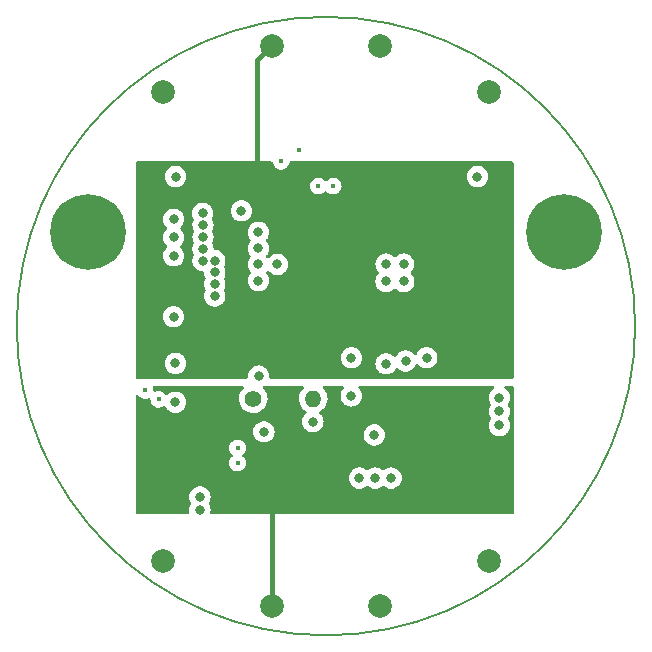
<source format=gbr>
%TF.GenerationSoftware,KiCad,Pcbnew,6.0.10-86aedd382b~118~ubuntu20.04.1*%
%TF.CreationDate,2023-01-12T10:33:16+01:00*%
%TF.ProjectId,thrust_controller,74687275-7374-45f6-936f-6e74726f6c6c,rev?*%
%TF.SameCoordinates,Original*%
%TF.FileFunction,Copper,L3,Inr*%
%TF.FilePolarity,Positive*%
%FSLAX46Y46*%
G04 Gerber Fmt 4.6, Leading zero omitted, Abs format (unit mm)*
G04 Created by KiCad (PCBNEW 6.0.10-86aedd382b~118~ubuntu20.04.1) date 2023-01-12 10:33:16*
%MOMM*%
%LPD*%
G01*
G04 APERTURE LIST*
%TA.AperFunction,Profile*%
%ADD10C,0.200000*%
%TD*%
%TA.AperFunction,ComponentPad*%
%ADD11C,6.400000*%
%TD*%
%TA.AperFunction,ComponentPad*%
%ADD12C,1.400000*%
%TD*%
%TA.AperFunction,ComponentPad*%
%ADD13O,1.400000X1.400000*%
%TD*%
%TA.AperFunction,ComponentPad*%
%ADD14C,2.000000*%
%TD*%
%TA.AperFunction,ViaPad*%
%ADD15C,0.800000*%
%TD*%
%TA.AperFunction,ViaPad*%
%ADD16C,0.400000*%
%TD*%
%TA.AperFunction,Conductor*%
%ADD17C,0.400000*%
%TD*%
G04 APERTURE END LIST*
D10*
X169350000Y-83700000D02*
G75*
G03*
X169350000Y-83700000I-26180000J0D01*
G01*
D11*
%TO.N,N/C*%
%TO.C,H2*%
X163300000Y-75700000D03*
%TD*%
D12*
%TO.N,Net-(R3-Pad1)*%
%TO.C,R6*%
X137020000Y-89850000D03*
D13*
%TO.N,Net-(R3-Pad2)*%
X142100000Y-89850000D03*
%TD*%
D11*
%TO.N,N/C*%
%TO.C,H1*%
X123040000Y-75700000D03*
%TD*%
D14*
%TO.N,GNDA*%
%TO.C,TP6*%
X129370000Y-103560000D03*
%TD*%
%TO.N,+3.3VA*%
%TO.C,TP1*%
X138570000Y-107440000D03*
%TD*%
%TO.N,Cmd*%
%TO.C,TP7*%
X147770000Y-59960000D03*
%TD*%
%TO.N,+3.3V*%
%TO.C,TP5*%
X138570000Y-59960000D03*
%TD*%
%TO.N,Ref*%
%TO.C,TP4*%
X156970000Y-103560000D03*
%TD*%
%TO.N,Meas*%
%TO.C,TP3*%
X147770000Y-107440000D03*
%TD*%
%TO.N,Des*%
%TO.C,TP2*%
X156970000Y-63840000D03*
%TD*%
%TO.N,GNDA*%
%TO.C,TP8*%
X129370000Y-63840000D03*
%TD*%
D15*
%TO.N,+3.3VA*%
X142297500Y-93987500D03*
X142297500Y-99020000D03*
X130422500Y-95050000D03*
X147460000Y-89750000D03*
X134660000Y-91450000D03*
X143960000Y-93987500D03*
X140635000Y-99020000D03*
X140635000Y-93987500D03*
X143960000Y-99020000D03*
X147260000Y-94550000D03*
%TO.N,GNDA*%
X147260000Y-92912500D03*
X155985000Y-71050000D03*
X137451979Y-77118887D03*
X145310000Y-89609500D03*
X130422500Y-86850500D03*
X149760000Y-79912500D03*
X146000000Y-96570000D03*
X142060000Y-91780000D03*
X137451979Y-75753331D03*
X130279985Y-74650000D03*
X157850000Y-92110000D03*
X145329310Y-86381241D03*
X137451979Y-78484443D03*
X139060000Y-78484443D03*
X130279985Y-76200000D03*
X132500000Y-98160000D03*
X130279985Y-77750000D03*
X151710000Y-86375000D03*
X130279985Y-82910126D03*
X132497500Y-99310000D03*
X137922500Y-92650000D03*
X147344576Y-96570000D03*
X148689152Y-96570000D03*
X149910000Y-86660000D03*
X148260000Y-86887500D03*
X130435000Y-71050000D03*
X157850000Y-89750000D03*
X157850000Y-90930000D03*
X130422500Y-90150000D03*
X149760000Y-78440000D03*
X148260000Y-78440000D03*
X148260000Y-79912500D03*
X137451979Y-79850000D03*
X137480000Y-87924500D03*
X136010000Y-73945000D03*
%TO.N,+5V*%
X132760000Y-78150000D03*
X132760000Y-76150000D03*
X132735500Y-74150000D03*
X133760000Y-80150000D03*
X133760000Y-81150000D03*
X132760000Y-75150000D03*
X133760000Y-79150000D03*
X133760000Y-78150000D03*
X132760000Y-77150000D03*
D16*
%TO.N,S+*%
X135685000Y-95285000D03*
%TO.N,S-*%
X135685000Y-94015000D03*
D15*
%TO.N,+3.3V*%
X148760000Y-84620000D03*
X147760000Y-83620000D03*
X150760000Y-84620000D03*
X134610000Y-86375000D03*
X146934500Y-74920000D03*
X146760000Y-84620000D03*
X145760000Y-83620000D03*
X154960000Y-86450000D03*
X149760000Y-83620000D03*
D16*
%TO.N,Des*%
X140860000Y-68750000D03*
%TO.N,Cmd*%
X139369500Y-69750000D03*
%TO.N,B*%
X129010000Y-89900000D03*
%TO.N,A*%
X127860000Y-89150000D03*
%TO.N,SWDIO*%
X142535000Y-71850000D03*
%TO.N,SWCLK*%
X143785000Y-71850000D03*
%TD*%
D17*
%TO.N,+3.3VA*%
X138570000Y-107440000D02*
X138570000Y-97060000D01*
%TO.N,+3.3V*%
X138570000Y-59960000D02*
X137360000Y-61170000D01*
X137360000Y-70130000D02*
X138570000Y-71340000D01*
X137360000Y-61170000D02*
X137360000Y-70130000D01*
%TD*%
%TA.AperFunction,Conductor*%
%TO.N,+3.3VA*%
G36*
X136186783Y-88770002D02*
G01*
X136233276Y-88823658D01*
X136243380Y-88893932D01*
X136213886Y-88958512D01*
X136201746Y-88970726D01*
X136145457Y-89020090D01*
X136008863Y-89193360D01*
X135906131Y-89388620D01*
X135840703Y-89599333D01*
X135814770Y-89818440D01*
X135829200Y-90038604D01*
X135830621Y-90044200D01*
X135830622Y-90044205D01*
X135876961Y-90226660D01*
X135883511Y-90252452D01*
X135885928Y-90257694D01*
X135885928Y-90257695D01*
X135923067Y-90338256D01*
X135975883Y-90452821D01*
X136103222Y-90633002D01*
X136261264Y-90786961D01*
X136266060Y-90790166D01*
X136266063Y-90790168D01*
X136350258Y-90846425D01*
X136444717Y-90909540D01*
X136450020Y-90911818D01*
X136450023Y-90911820D01*
X136575989Y-90965939D01*
X136647436Y-90996635D01*
X136717624Y-91012517D01*
X136856995Y-91044054D01*
X136857001Y-91044055D01*
X136862632Y-91045329D01*
X136868403Y-91045556D01*
X136868405Y-91045556D01*
X136936211Y-91048220D01*
X137083098Y-91053991D01*
X137192275Y-91038161D01*
X137295738Y-91023160D01*
X137295743Y-91023159D01*
X137301452Y-91022331D01*
X137306916Y-91020476D01*
X137306921Y-91020475D01*
X137504907Y-90953268D01*
X137504912Y-90953266D01*
X137510379Y-90951410D01*
X137548610Y-90930000D01*
X137603085Y-90899492D01*
X137702884Y-90843602D01*
X137872518Y-90702518D01*
X137960121Y-90597188D01*
X138009908Y-90537326D01*
X138009910Y-90537323D01*
X138013602Y-90532884D01*
X138100546Y-90377634D01*
X138118586Y-90345422D01*
X138118587Y-90345420D01*
X138121410Y-90340379D01*
X138123266Y-90334912D01*
X138123268Y-90334907D01*
X138190475Y-90136921D01*
X138190476Y-90136916D01*
X138192331Y-90131452D01*
X138193159Y-90125743D01*
X138193160Y-90125738D01*
X138223458Y-89916772D01*
X138223991Y-89913098D01*
X138225643Y-89850000D01*
X138205454Y-89630289D01*
X138201443Y-89616065D01*
X138147134Y-89423500D01*
X138145565Y-89417936D01*
X138047980Y-89220053D01*
X138034328Y-89201770D01*
X137919420Y-89047891D01*
X137919420Y-89047890D01*
X137915967Y-89043267D01*
X137911729Y-89039349D01*
X137911725Y-89039345D01*
X137835112Y-88968524D01*
X137798667Y-88907596D01*
X137800948Y-88836636D01*
X137841230Y-88778174D01*
X137906725Y-88750771D01*
X137920641Y-88750000D01*
X141198662Y-88750000D01*
X141266783Y-88770002D01*
X141313276Y-88823658D01*
X141323380Y-88893932D01*
X141293886Y-88958512D01*
X141281746Y-88970726D01*
X141225457Y-89020090D01*
X141088863Y-89193360D01*
X140986131Y-89388620D01*
X140920703Y-89599333D01*
X140894770Y-89818440D01*
X140909200Y-90038604D01*
X140910621Y-90044200D01*
X140910622Y-90044205D01*
X140956961Y-90226660D01*
X140963511Y-90252452D01*
X140965928Y-90257694D01*
X140965928Y-90257695D01*
X141003067Y-90338256D01*
X141055883Y-90452821D01*
X141183222Y-90633002D01*
X141341264Y-90786961D01*
X141346060Y-90790166D01*
X141346063Y-90790168D01*
X141479286Y-90879184D01*
X141524814Y-90933661D01*
X141533662Y-91004104D01*
X141503021Y-91068148D01*
X141483348Y-91085883D01*
X141454129Y-91107112D01*
X141327467Y-91247784D01*
X141324164Y-91253505D01*
X141301940Y-91291999D01*
X141232821Y-91411716D01*
X141174326Y-91591744D01*
X141154540Y-91780000D01*
X141155230Y-91786565D01*
X141169438Y-91921744D01*
X141174326Y-91968256D01*
X141232821Y-92148284D01*
X141327467Y-92312216D01*
X141331885Y-92317123D01*
X141331886Y-92317124D01*
X141384337Y-92375376D01*
X141454129Y-92452888D01*
X141459468Y-92456767D01*
X141571955Y-92538493D01*
X141607270Y-92564151D01*
X141780197Y-92641144D01*
X141852748Y-92656565D01*
X141958897Y-92679128D01*
X141958901Y-92679128D01*
X141965354Y-92680500D01*
X142154646Y-92680500D01*
X142161099Y-92679128D01*
X142161103Y-92679128D01*
X142267252Y-92656565D01*
X142339803Y-92641144D01*
X142512730Y-92564151D01*
X142548046Y-92538493D01*
X142660532Y-92456767D01*
X142665871Y-92452888D01*
X142735664Y-92375376D01*
X142788114Y-92317124D01*
X142788115Y-92317123D01*
X142792533Y-92312216D01*
X142887179Y-92148284D01*
X142945674Y-91968256D01*
X142950563Y-91921744D01*
X142964770Y-91786565D01*
X142965460Y-91780000D01*
X142945674Y-91591744D01*
X142887179Y-91411716D01*
X142818061Y-91291999D01*
X142795836Y-91253505D01*
X142792533Y-91247784D01*
X142665871Y-91107112D01*
X142660525Y-91103228D01*
X142660343Y-91103064D01*
X142623103Y-91042618D01*
X142624453Y-90971635D01*
X142663966Y-90912649D01*
X142683085Y-90899492D01*
X142777840Y-90846427D01*
X142782884Y-90843602D01*
X142952518Y-90702518D01*
X143040121Y-90597188D01*
X143089908Y-90537326D01*
X143089910Y-90537323D01*
X143093602Y-90532884D01*
X143180546Y-90377634D01*
X143198586Y-90345422D01*
X143198587Y-90345420D01*
X143201410Y-90340379D01*
X143203266Y-90334912D01*
X143203268Y-90334907D01*
X143270475Y-90136921D01*
X143270476Y-90136916D01*
X143272331Y-90131452D01*
X143273159Y-90125743D01*
X143273160Y-90125738D01*
X143303458Y-89916772D01*
X143303991Y-89913098D01*
X143305643Y-89850000D01*
X143285454Y-89630289D01*
X143281443Y-89616065D01*
X143227134Y-89423500D01*
X143225565Y-89417936D01*
X143127980Y-89220053D01*
X143114328Y-89201770D01*
X142999420Y-89047891D01*
X142999420Y-89047890D01*
X142995967Y-89043267D01*
X142991729Y-89039349D01*
X142991725Y-89039345D01*
X142915112Y-88968524D01*
X142878667Y-88907596D01*
X142880948Y-88836636D01*
X142921230Y-88778174D01*
X142986725Y-88750771D01*
X143000641Y-88750000D01*
X144589154Y-88750000D01*
X144657275Y-88770002D01*
X144703768Y-88823658D01*
X144713872Y-88893932D01*
X144682790Y-88960310D01*
X144581890Y-89072371D01*
X144581887Y-89072375D01*
X144577467Y-89077284D01*
X144574164Y-89083005D01*
X144539751Y-89142611D01*
X144482821Y-89241216D01*
X144480780Y-89247498D01*
X144480779Y-89247500D01*
X144467788Y-89287483D01*
X144424326Y-89421244D01*
X144404540Y-89609500D01*
X144405230Y-89616065D01*
X144423399Y-89788932D01*
X144424326Y-89797756D01*
X144482821Y-89977784D01*
X144577467Y-90141716D01*
X144581885Y-90146623D01*
X144581886Y-90146624D01*
X144699278Y-90277000D01*
X144704129Y-90282388D01*
X144709468Y-90286267D01*
X144803773Y-90354783D01*
X144857270Y-90393651D01*
X145030197Y-90470644D01*
X145110661Y-90487747D01*
X145208897Y-90508628D01*
X145208901Y-90508628D01*
X145215354Y-90510000D01*
X145404646Y-90510000D01*
X145411099Y-90508628D01*
X145411103Y-90508628D01*
X145509339Y-90487747D01*
X145589803Y-90470644D01*
X145762730Y-90393651D01*
X145816228Y-90354783D01*
X145910532Y-90286267D01*
X145915871Y-90282388D01*
X145920723Y-90277000D01*
X146038114Y-90146624D01*
X146038115Y-90146623D01*
X146042533Y-90141716D01*
X146137179Y-89977784D01*
X146195674Y-89797756D01*
X146196602Y-89788932D01*
X146214770Y-89616065D01*
X146215460Y-89609500D01*
X146195674Y-89421244D01*
X146152212Y-89287483D01*
X146139221Y-89247500D01*
X146139220Y-89247498D01*
X146137179Y-89241216D01*
X146080250Y-89142611D01*
X146045836Y-89083005D01*
X146042533Y-89077284D01*
X146038113Y-89072375D01*
X146038110Y-89072371D01*
X145937210Y-88960310D01*
X145906493Y-88896303D01*
X145915257Y-88825849D01*
X145960720Y-88771318D01*
X146030846Y-88750000D01*
X157306573Y-88750000D01*
X157374694Y-88770002D01*
X157421187Y-88823658D01*
X157431291Y-88893932D01*
X157401797Y-88958512D01*
X157380636Y-88977935D01*
X157244129Y-89077112D01*
X157239716Y-89082014D01*
X157239714Y-89082015D01*
X157134857Y-89198470D01*
X157117467Y-89217784D01*
X157114164Y-89223505D01*
X157033533Y-89363163D01*
X157022821Y-89381716D01*
X156964326Y-89561744D01*
X156963636Y-89568305D01*
X156963636Y-89568307D01*
X156957267Y-89628904D01*
X156944540Y-89750000D01*
X156945230Y-89756565D01*
X156959529Y-89892611D01*
X156964326Y-89938256D01*
X157022821Y-90118284D01*
X157026124Y-90124006D01*
X157026125Y-90124007D01*
X157050136Y-90165594D01*
X157077634Y-90213222D01*
X157114456Y-90277000D01*
X157131194Y-90345995D01*
X157114456Y-90402998D01*
X157074609Y-90472017D01*
X157036903Y-90537326D01*
X157022821Y-90561716D01*
X156964326Y-90741744D01*
X156963636Y-90748305D01*
X156963636Y-90748307D01*
X156953324Y-90846425D01*
X156944540Y-90930000D01*
X156945230Y-90936565D01*
X156959060Y-91068148D01*
X156964326Y-91118256D01*
X157022821Y-91298284D01*
X157026124Y-91304006D01*
X157026125Y-91304007D01*
X157114456Y-91457000D01*
X157131194Y-91525995D01*
X157114456Y-91582998D01*
X157022821Y-91741716D01*
X156964326Y-91921744D01*
X156963636Y-91928305D01*
X156963636Y-91928307D01*
X156958914Y-91973233D01*
X156944540Y-92110000D01*
X156945230Y-92116565D01*
X156962588Y-92281716D01*
X156964326Y-92298256D01*
X157022821Y-92478284D01*
X157026124Y-92484006D01*
X157026125Y-92484007D01*
X157072396Y-92564151D01*
X157117467Y-92642216D01*
X157121885Y-92647123D01*
X157121886Y-92647124D01*
X157191326Y-92724244D01*
X157244129Y-92782888D01*
X157249468Y-92786767D01*
X157311304Y-92831693D01*
X157397270Y-92894151D01*
X157570197Y-92971144D01*
X157641680Y-92986338D01*
X157748897Y-93009128D01*
X157748901Y-93009128D01*
X157755354Y-93010500D01*
X157944646Y-93010500D01*
X157951099Y-93009128D01*
X157951103Y-93009128D01*
X158058320Y-92986338D01*
X158129803Y-92971144D01*
X158302730Y-92894151D01*
X158388697Y-92831693D01*
X158450532Y-92786767D01*
X158455871Y-92782888D01*
X158508675Y-92724244D01*
X158578114Y-92647124D01*
X158578115Y-92647123D01*
X158582533Y-92642216D01*
X158627604Y-92564151D01*
X158673875Y-92484007D01*
X158673876Y-92484006D01*
X158677179Y-92478284D01*
X158735674Y-92298256D01*
X158737413Y-92281716D01*
X158754770Y-92116565D01*
X158755460Y-92110000D01*
X158741086Y-91973233D01*
X158736364Y-91928307D01*
X158736364Y-91928305D01*
X158735674Y-91921744D01*
X158677179Y-91741716D01*
X158585544Y-91582999D01*
X158568806Y-91514005D01*
X158585544Y-91457000D01*
X158673875Y-91304007D01*
X158673876Y-91304006D01*
X158677179Y-91298284D01*
X158735674Y-91118256D01*
X158740941Y-91068148D01*
X158754770Y-90936565D01*
X158755460Y-90930000D01*
X158746676Y-90846425D01*
X158736364Y-90748307D01*
X158736364Y-90748305D01*
X158735674Y-90741744D01*
X158677179Y-90561716D01*
X158663098Y-90537326D01*
X158625391Y-90472017D01*
X158585544Y-90402999D01*
X158568806Y-90334005D01*
X158585544Y-90277000D01*
X158622367Y-90213222D01*
X158649864Y-90165594D01*
X158673875Y-90124007D01*
X158673876Y-90124006D01*
X158677179Y-90118284D01*
X158735674Y-89938256D01*
X158740472Y-89892611D01*
X158754770Y-89756565D01*
X158755460Y-89750000D01*
X158742733Y-89628904D01*
X158736364Y-89568307D01*
X158736364Y-89568305D01*
X158735674Y-89561744D01*
X158677179Y-89381716D01*
X158666468Y-89363163D01*
X158585836Y-89223505D01*
X158582533Y-89217784D01*
X158565143Y-89198470D01*
X158460286Y-89082015D01*
X158460284Y-89082014D01*
X158455871Y-89077112D01*
X158319365Y-88977935D01*
X158276012Y-88921714D01*
X158269937Y-88850978D01*
X158303068Y-88788186D01*
X158364888Y-88753275D01*
X158393427Y-88750000D01*
X158934000Y-88750000D01*
X159002121Y-88770002D01*
X159048614Y-88823658D01*
X159060000Y-88876000D01*
X159060000Y-99524000D01*
X159039998Y-99592121D01*
X158986342Y-99638614D01*
X158934000Y-99650000D01*
X133505811Y-99650000D01*
X133437690Y-99629998D01*
X133391197Y-99576342D01*
X133381093Y-99506068D01*
X133381647Y-99502955D01*
X133383174Y-99498256D01*
X133402960Y-99310000D01*
X133383174Y-99121744D01*
X133324679Y-98941716D01*
X133242955Y-98800165D01*
X133226217Y-98731169D01*
X133242955Y-98674165D01*
X133323875Y-98534007D01*
X133323876Y-98534006D01*
X133327179Y-98528284D01*
X133385674Y-98348256D01*
X133405460Y-98160000D01*
X133385674Y-97971744D01*
X133327179Y-97791716D01*
X133232533Y-97627784D01*
X133228114Y-97622876D01*
X133110286Y-97492015D01*
X133110284Y-97492014D01*
X133105871Y-97487112D01*
X133025136Y-97428455D01*
X132958072Y-97379730D01*
X132958071Y-97379729D01*
X132952730Y-97375849D01*
X132779803Y-97298856D01*
X132681788Y-97278022D01*
X132601103Y-97260872D01*
X132601099Y-97260872D01*
X132594646Y-97259500D01*
X132405354Y-97259500D01*
X132398901Y-97260872D01*
X132398897Y-97260872D01*
X132318212Y-97278022D01*
X132220197Y-97298856D01*
X132047270Y-97375849D01*
X132041929Y-97379729D01*
X132041928Y-97379730D01*
X131974864Y-97428455D01*
X131894129Y-97487112D01*
X131889716Y-97492014D01*
X131889714Y-97492015D01*
X131771886Y-97622876D01*
X131767467Y-97627784D01*
X131672821Y-97791716D01*
X131614326Y-97971744D01*
X131594540Y-98160000D01*
X131614326Y-98348256D01*
X131672821Y-98528284D01*
X131676124Y-98534006D01*
X131676125Y-98534007D01*
X131754545Y-98669835D01*
X131771283Y-98738831D01*
X131754545Y-98795835D01*
X131670321Y-98941716D01*
X131611826Y-99121744D01*
X131592040Y-99310000D01*
X131611826Y-99498256D01*
X131612291Y-99499687D01*
X131607035Y-99568591D01*
X131564219Y-99625225D01*
X131497582Y-99649720D01*
X131489189Y-99650000D01*
X127186000Y-99650000D01*
X127117879Y-99629998D01*
X127071386Y-99576342D01*
X127060000Y-99524000D01*
X127060000Y-96570000D01*
X145094540Y-96570000D01*
X145114326Y-96758256D01*
X145172821Y-96938284D01*
X145267467Y-97102216D01*
X145394129Y-97242888D01*
X145547270Y-97354151D01*
X145720197Y-97431144D01*
X145818212Y-97451978D01*
X145898897Y-97469128D01*
X145898901Y-97469128D01*
X145905354Y-97470500D01*
X146094646Y-97470500D01*
X146101099Y-97469128D01*
X146101103Y-97469128D01*
X146181788Y-97451978D01*
X146279803Y-97431144D01*
X146452730Y-97354151D01*
X146458072Y-97350270D01*
X146598227Y-97248442D01*
X146665095Y-97224583D01*
X146734247Y-97240664D01*
X146746349Y-97248442D01*
X146886504Y-97350270D01*
X146891846Y-97354151D01*
X147064773Y-97431144D01*
X147162788Y-97451978D01*
X147243473Y-97469128D01*
X147243477Y-97469128D01*
X147249930Y-97470500D01*
X147439222Y-97470500D01*
X147445675Y-97469128D01*
X147445679Y-97469128D01*
X147526364Y-97451978D01*
X147624379Y-97431144D01*
X147797306Y-97354151D01*
X147802648Y-97350270D01*
X147942803Y-97248442D01*
X148009671Y-97224583D01*
X148078823Y-97240664D01*
X148090925Y-97248442D01*
X148231080Y-97350270D01*
X148236422Y-97354151D01*
X148409349Y-97431144D01*
X148507364Y-97451978D01*
X148588049Y-97469128D01*
X148588053Y-97469128D01*
X148594506Y-97470500D01*
X148783798Y-97470500D01*
X148790251Y-97469128D01*
X148790255Y-97469128D01*
X148870940Y-97451978D01*
X148968955Y-97431144D01*
X149141882Y-97354151D01*
X149295023Y-97242888D01*
X149421685Y-97102216D01*
X149516331Y-96938284D01*
X149574826Y-96758256D01*
X149594612Y-96570000D01*
X149574826Y-96381744D01*
X149516331Y-96201716D01*
X149421685Y-96037784D01*
X149343205Y-95950623D01*
X149299438Y-95902015D01*
X149299436Y-95902014D01*
X149295023Y-95897112D01*
X149141882Y-95785849D01*
X148968955Y-95708856D01*
X148870940Y-95688022D01*
X148790255Y-95670872D01*
X148790251Y-95670872D01*
X148783798Y-95669500D01*
X148594506Y-95669500D01*
X148588053Y-95670872D01*
X148588049Y-95670872D01*
X148507364Y-95688022D01*
X148409349Y-95708856D01*
X148236422Y-95785849D01*
X148231081Y-95789729D01*
X148231080Y-95789730D01*
X148090925Y-95891558D01*
X148024057Y-95915417D01*
X147954905Y-95899336D01*
X147942803Y-95891558D01*
X147802648Y-95789730D01*
X147802647Y-95789729D01*
X147797306Y-95785849D01*
X147624379Y-95708856D01*
X147526364Y-95688022D01*
X147445679Y-95670872D01*
X147445675Y-95670872D01*
X147439222Y-95669500D01*
X147249930Y-95669500D01*
X147243477Y-95670872D01*
X147243473Y-95670872D01*
X147162788Y-95688022D01*
X147064773Y-95708856D01*
X146891846Y-95785849D01*
X146886505Y-95789729D01*
X146886504Y-95789730D01*
X146746349Y-95891558D01*
X146679481Y-95915417D01*
X146610329Y-95899336D01*
X146598227Y-95891558D01*
X146458072Y-95789730D01*
X146458071Y-95789729D01*
X146452730Y-95785849D01*
X146279803Y-95708856D01*
X146181788Y-95688022D01*
X146101103Y-95670872D01*
X146101099Y-95670872D01*
X146094646Y-95669500D01*
X145905354Y-95669500D01*
X145898901Y-95670872D01*
X145898897Y-95670872D01*
X145818212Y-95688022D01*
X145720197Y-95708856D01*
X145547270Y-95785849D01*
X145394129Y-95897112D01*
X145389716Y-95902014D01*
X145389714Y-95902015D01*
X145345947Y-95950623D01*
X145267467Y-96037784D01*
X145172821Y-96201716D01*
X145114326Y-96381744D01*
X145094540Y-96570000D01*
X127060000Y-96570000D01*
X127060000Y-95277611D01*
X134979394Y-95277611D01*
X134997999Y-95446135D01*
X135056266Y-95605356D01*
X135060502Y-95611659D01*
X135060502Y-95611660D01*
X135073574Y-95631113D01*
X135150830Y-95746083D01*
X135156442Y-95751190D01*
X135156445Y-95751193D01*
X135270612Y-95855077D01*
X135270616Y-95855080D01*
X135276233Y-95860191D01*
X135282906Y-95863814D01*
X135282910Y-95863817D01*
X135418558Y-95937467D01*
X135418560Y-95937468D01*
X135425235Y-95941092D01*
X135432584Y-95943020D01*
X135581883Y-95982188D01*
X135581885Y-95982188D01*
X135589233Y-95984116D01*
X135675609Y-95985473D01*
X135751161Y-95986660D01*
X135751164Y-95986660D01*
X135758760Y-95986779D01*
X135766165Y-95985083D01*
X135766166Y-95985083D01*
X135828202Y-95970875D01*
X135924029Y-95948928D01*
X136075498Y-95872747D01*
X136204423Y-95762634D01*
X136303361Y-95624947D01*
X136311237Y-95605356D01*
X136363766Y-95474687D01*
X136363767Y-95474685D01*
X136366601Y-95467634D01*
X136390490Y-95299778D01*
X136390645Y-95285000D01*
X136389836Y-95278310D01*
X136386004Y-95246653D01*
X136370276Y-95116680D01*
X136310345Y-94958077D01*
X136214312Y-94818349D01*
X136203448Y-94808669D01*
X136130663Y-94743820D01*
X136093107Y-94683570D01*
X136094088Y-94612580D01*
X136132652Y-94553933D01*
X136198648Y-94497567D01*
X136198651Y-94497564D01*
X136204423Y-94492634D01*
X136303361Y-94354947D01*
X136311237Y-94335356D01*
X136363766Y-94204687D01*
X136363767Y-94204685D01*
X136366601Y-94197634D01*
X136390490Y-94029778D01*
X136390645Y-94015000D01*
X136388840Y-94000080D01*
X136371188Y-93854220D01*
X136370276Y-93846680D01*
X136310345Y-93688077D01*
X136301584Y-93675330D01*
X136218614Y-93554608D01*
X136218613Y-93554607D01*
X136214312Y-93548349D01*
X136202514Y-93537837D01*
X136093392Y-93440612D01*
X136093388Y-93440610D01*
X136087721Y-93435560D01*
X135937881Y-93356224D01*
X135773441Y-93314919D01*
X135765843Y-93314879D01*
X135765841Y-93314879D01*
X135688668Y-93314475D01*
X135603895Y-93314031D01*
X135596508Y-93315805D01*
X135596504Y-93315805D01*
X135453498Y-93350139D01*
X135439032Y-93353612D01*
X135432288Y-93357093D01*
X135432285Y-93357094D01*
X135427089Y-93359776D01*
X135288369Y-93431375D01*
X135282647Y-93436367D01*
X135282645Y-93436368D01*
X135226098Y-93485697D01*
X135160604Y-93542831D01*
X135063113Y-93681547D01*
X135001524Y-93839513D01*
X135000532Y-93847046D01*
X135000532Y-93847047D01*
X134993751Y-93898559D01*
X134979394Y-94007611D01*
X134997999Y-94176135D01*
X135056266Y-94335356D01*
X135060502Y-94341659D01*
X135060502Y-94341660D01*
X135073574Y-94361113D01*
X135150830Y-94476083D01*
X135156446Y-94481193D01*
X135239958Y-94557184D01*
X135276880Y-94617824D01*
X135275157Y-94688800D01*
X135237987Y-94745326D01*
X135160604Y-94812831D01*
X135063113Y-94951547D01*
X135001524Y-95109513D01*
X134979394Y-95277611D01*
X127060000Y-95277611D01*
X127060000Y-92650000D01*
X137017040Y-92650000D01*
X137036826Y-92838256D01*
X137095321Y-93018284D01*
X137189967Y-93182216D01*
X137194385Y-93187123D01*
X137194386Y-93187124D01*
X137309454Y-93314919D01*
X137316629Y-93322888D01*
X137469770Y-93434151D01*
X137642697Y-93511144D01*
X137740712Y-93531978D01*
X137821397Y-93549128D01*
X137821401Y-93549128D01*
X137827854Y-93550500D01*
X138017146Y-93550500D01*
X138023599Y-93549128D01*
X138023603Y-93549128D01*
X138104288Y-93531978D01*
X138202303Y-93511144D01*
X138375230Y-93434151D01*
X138528371Y-93322888D01*
X138535547Y-93314919D01*
X138650614Y-93187124D01*
X138650615Y-93187123D01*
X138655033Y-93182216D01*
X138749679Y-93018284D01*
X138784051Y-92912500D01*
X146354540Y-92912500D01*
X146355230Y-92919065D01*
X146366260Y-93024007D01*
X146374326Y-93100756D01*
X146432821Y-93280784D01*
X146436124Y-93286506D01*
X146436125Y-93286507D01*
X146478427Y-93359776D01*
X146527467Y-93444716D01*
X146531885Y-93449623D01*
X146531886Y-93449624D01*
X146622716Y-93550500D01*
X146654129Y-93585388D01*
X146807270Y-93696651D01*
X146980197Y-93773644D01*
X147078212Y-93794478D01*
X147158897Y-93811628D01*
X147158901Y-93811628D01*
X147165354Y-93813000D01*
X147354646Y-93813000D01*
X147361099Y-93811628D01*
X147361103Y-93811628D01*
X147441788Y-93794478D01*
X147539803Y-93773644D01*
X147712730Y-93696651D01*
X147865871Y-93585388D01*
X147897285Y-93550500D01*
X147988114Y-93449624D01*
X147988115Y-93449623D01*
X147992533Y-93444716D01*
X148041573Y-93359776D01*
X148083875Y-93286507D01*
X148083876Y-93286506D01*
X148087179Y-93280784D01*
X148145674Y-93100756D01*
X148153741Y-93024007D01*
X148164770Y-92919065D01*
X148165460Y-92912500D01*
X148145674Y-92724244D01*
X148087179Y-92544216D01*
X147992533Y-92380284D01*
X147988114Y-92375376D01*
X147870286Y-92244515D01*
X147870284Y-92244514D01*
X147865871Y-92239612D01*
X147860532Y-92235733D01*
X147718072Y-92132230D01*
X147718071Y-92132229D01*
X147712730Y-92128349D01*
X147539803Y-92051356D01*
X147441788Y-92030522D01*
X147361103Y-92013372D01*
X147361099Y-92013372D01*
X147354646Y-92012000D01*
X147165354Y-92012000D01*
X147158901Y-92013372D01*
X147158897Y-92013372D01*
X147078212Y-92030522D01*
X146980197Y-92051356D01*
X146807270Y-92128349D01*
X146801929Y-92132229D01*
X146801928Y-92132230D01*
X146659468Y-92235733D01*
X146654129Y-92239612D01*
X146649716Y-92244514D01*
X146649714Y-92244515D01*
X146531886Y-92375376D01*
X146527467Y-92380284D01*
X146432821Y-92544216D01*
X146374326Y-92724244D01*
X146354540Y-92912500D01*
X138784051Y-92912500D01*
X138808174Y-92838256D01*
X138827960Y-92650000D01*
X138819246Y-92567085D01*
X138808864Y-92468307D01*
X138808864Y-92468305D01*
X138808174Y-92461744D01*
X138749679Y-92281716D01*
X138655033Y-92117784D01*
X138642113Y-92103435D01*
X138532786Y-91982015D01*
X138532784Y-91982014D01*
X138528371Y-91977112D01*
X138516182Y-91968256D01*
X138380572Y-91869730D01*
X138380571Y-91869729D01*
X138375230Y-91865849D01*
X138202303Y-91788856D01*
X138104288Y-91768022D01*
X138023603Y-91750872D01*
X138023599Y-91750872D01*
X138017146Y-91749500D01*
X137827854Y-91749500D01*
X137821401Y-91750872D01*
X137821397Y-91750872D01*
X137740712Y-91768022D01*
X137642697Y-91788856D01*
X137469770Y-91865849D01*
X137464429Y-91869729D01*
X137464428Y-91869730D01*
X137328818Y-91968256D01*
X137316629Y-91977112D01*
X137312216Y-91982014D01*
X137312214Y-91982015D01*
X137202887Y-92103435D01*
X137189967Y-92117784D01*
X137095321Y-92281716D01*
X137036826Y-92461744D01*
X137036136Y-92468305D01*
X137036136Y-92468307D01*
X137025754Y-92567085D01*
X137017040Y-92650000D01*
X127060000Y-92650000D01*
X127060000Y-89628904D01*
X127080002Y-89560783D01*
X127133658Y-89514290D01*
X127203932Y-89504186D01*
X127268512Y-89533680D01*
X127290582Y-89558629D01*
X127321594Y-89604780D01*
X127321597Y-89604783D01*
X127325830Y-89611083D01*
X127331442Y-89616190D01*
X127331445Y-89616193D01*
X127445612Y-89720077D01*
X127445616Y-89720080D01*
X127451233Y-89725191D01*
X127457906Y-89728814D01*
X127457910Y-89728817D01*
X127593558Y-89802467D01*
X127593560Y-89802468D01*
X127600235Y-89806092D01*
X127607584Y-89808020D01*
X127756883Y-89847188D01*
X127756885Y-89847188D01*
X127764233Y-89849116D01*
X127850609Y-89850473D01*
X127926161Y-89851660D01*
X127926164Y-89851660D01*
X127933760Y-89851779D01*
X127941165Y-89850083D01*
X127941166Y-89850083D01*
X128001586Y-89836245D01*
X128099029Y-89813928D01*
X128105810Y-89810518D01*
X128105817Y-89810515D01*
X128123403Y-89801670D01*
X128193248Y-89788932D01*
X128258891Y-89815977D01*
X128299493Y-89874218D01*
X128305255Y-89900408D01*
X128322999Y-90061135D01*
X128348732Y-90131452D01*
X128363942Y-90173015D01*
X128381266Y-90220356D01*
X128475830Y-90361083D01*
X128481442Y-90366190D01*
X128481445Y-90366193D01*
X128595612Y-90470077D01*
X128595616Y-90470080D01*
X128601233Y-90475191D01*
X128607906Y-90478814D01*
X128607910Y-90478817D01*
X128743558Y-90552467D01*
X128743560Y-90552468D01*
X128750235Y-90556092D01*
X128757584Y-90558020D01*
X128906883Y-90597188D01*
X128906885Y-90597188D01*
X128914233Y-90599116D01*
X129000609Y-90600473D01*
X129076161Y-90601660D01*
X129076164Y-90601660D01*
X129083760Y-90601779D01*
X129091165Y-90600083D01*
X129091166Y-90600083D01*
X129151586Y-90586245D01*
X129249029Y-90563928D01*
X129400498Y-90487747D01*
X129406272Y-90482816D01*
X129412602Y-90478610D01*
X129413767Y-90480363D01*
X129468837Y-90455691D01*
X129539037Y-90466302D01*
X129592356Y-90513181D01*
X129595141Y-90518388D01*
X129595321Y-90518284D01*
X129689967Y-90682216D01*
X129694385Y-90687123D01*
X129694386Y-90687124D01*
X129787168Y-90790168D01*
X129816629Y-90822888D01*
X129821968Y-90826767D01*
X129964057Y-90930000D01*
X129969770Y-90934151D01*
X130142697Y-91011144D01*
X130240712Y-91031978D01*
X130321397Y-91049128D01*
X130321401Y-91049128D01*
X130327854Y-91050500D01*
X130517146Y-91050500D01*
X130523599Y-91049128D01*
X130523603Y-91049128D01*
X130604288Y-91031978D01*
X130702303Y-91011144D01*
X130875230Y-90934151D01*
X130880944Y-90930000D01*
X131023032Y-90826767D01*
X131028371Y-90822888D01*
X131057833Y-90790168D01*
X131150614Y-90687124D01*
X131150615Y-90687123D01*
X131155033Y-90682216D01*
X131222348Y-90565623D01*
X131246375Y-90524007D01*
X131246376Y-90524006D01*
X131249679Y-90518284D01*
X131308174Y-90338256D01*
X131320566Y-90220356D01*
X131327270Y-90156565D01*
X131327960Y-90150000D01*
X131315646Y-90032837D01*
X131308864Y-89968307D01*
X131308864Y-89968305D01*
X131308174Y-89961744D01*
X131249679Y-89781716D01*
X131227578Y-89743435D01*
X131158336Y-89623505D01*
X131155033Y-89617784D01*
X131150614Y-89612876D01*
X131032786Y-89482015D01*
X131032784Y-89482014D01*
X131028371Y-89477112D01*
X130875230Y-89365849D01*
X130702303Y-89288856D01*
X130604288Y-89268022D01*
X130523603Y-89250872D01*
X130523599Y-89250872D01*
X130517146Y-89249500D01*
X130327854Y-89249500D01*
X130321401Y-89250872D01*
X130321397Y-89250872D01*
X130240712Y-89268022D01*
X130142697Y-89288856D01*
X129969770Y-89365849D01*
X129816629Y-89477112D01*
X129812218Y-89482011D01*
X129812208Y-89482020D01*
X129783361Y-89514058D01*
X129722915Y-89551297D01*
X129651931Y-89549945D01*
X129592947Y-89510431D01*
X129585892Y-89501123D01*
X129539312Y-89433349D01*
X129522013Y-89417936D01*
X129418392Y-89325612D01*
X129418388Y-89325610D01*
X129412721Y-89320560D01*
X129394921Y-89311135D01*
X129345080Y-89284746D01*
X129262881Y-89241224D01*
X129098441Y-89199919D01*
X129090843Y-89199879D01*
X129090841Y-89199879D01*
X129013668Y-89199475D01*
X128928895Y-89199031D01*
X128921508Y-89200805D01*
X128921504Y-89200805D01*
X128819754Y-89225234D01*
X128764032Y-89238612D01*
X128748499Y-89246629D01*
X128678793Y-89260099D01*
X128612869Y-89233745D01*
X128571658Y-89175933D01*
X128565621Y-89149801D01*
X128556845Y-89077284D01*
X128545276Y-88981680D01*
X128522172Y-88920537D01*
X128516804Y-88849745D01*
X128550561Y-88787288D01*
X128612727Y-88752996D01*
X128640038Y-88750000D01*
X136118662Y-88750000D01*
X136186783Y-88770002D01*
G37*
%TD.AperFunction*%
%TD*%
%TA.AperFunction,Conductor*%
%TO.N,+3.3V*%
G36*
X138619976Y-69770002D02*
G01*
X138666469Y-69823658D01*
X138677094Y-69862172D01*
X138682499Y-69911135D01*
X138740766Y-70070356D01*
X138745002Y-70076659D01*
X138745002Y-70076660D01*
X138758074Y-70096113D01*
X138835330Y-70211083D01*
X138840942Y-70216190D01*
X138840945Y-70216193D01*
X138955112Y-70320077D01*
X138955116Y-70320080D01*
X138960733Y-70325191D01*
X138967406Y-70328814D01*
X138967410Y-70328817D01*
X139103058Y-70402467D01*
X139103060Y-70402468D01*
X139109735Y-70406092D01*
X139117084Y-70408020D01*
X139266383Y-70447188D01*
X139266385Y-70447188D01*
X139273733Y-70449116D01*
X139360109Y-70450473D01*
X139435661Y-70451660D01*
X139435664Y-70451660D01*
X139443260Y-70451779D01*
X139450665Y-70450083D01*
X139450666Y-70450083D01*
X139511086Y-70436245D01*
X139608529Y-70413928D01*
X139759998Y-70337747D01*
X139888923Y-70227634D01*
X139987861Y-70089947D01*
X139995737Y-70070356D01*
X140048266Y-69939687D01*
X140048267Y-69939685D01*
X140051101Y-69932634D01*
X140059161Y-69876000D01*
X140061688Y-69858246D01*
X140091089Y-69793623D01*
X140150760Y-69755155D01*
X140186431Y-69750000D01*
X158934000Y-69750000D01*
X159002121Y-69770002D01*
X159048614Y-69823658D01*
X159060000Y-69876000D01*
X159060000Y-88024000D01*
X159039998Y-88092121D01*
X158986342Y-88138614D01*
X158934000Y-88150000D01*
X138501697Y-88150000D01*
X138433576Y-88129998D01*
X138387083Y-88076342D01*
X138376387Y-88010830D01*
X138384770Y-87931065D01*
X138385460Y-87924500D01*
X138371114Y-87788000D01*
X138366364Y-87742807D01*
X138366364Y-87742805D01*
X138365674Y-87736244D01*
X138307179Y-87556216D01*
X138212533Y-87392284D01*
X138162545Y-87336767D01*
X138090286Y-87256515D01*
X138090284Y-87256514D01*
X138085871Y-87251612D01*
X138032036Y-87212499D01*
X137938072Y-87144230D01*
X137938071Y-87144229D01*
X137932730Y-87140349D01*
X137759803Y-87063356D01*
X137661788Y-87042522D01*
X137581103Y-87025372D01*
X137581099Y-87025372D01*
X137574646Y-87024000D01*
X137385354Y-87024000D01*
X137378901Y-87025372D01*
X137378897Y-87025372D01*
X137298212Y-87042522D01*
X137200197Y-87063356D01*
X137027270Y-87140349D01*
X137021929Y-87144229D01*
X137021928Y-87144230D01*
X136927964Y-87212499D01*
X136874129Y-87251612D01*
X136869716Y-87256514D01*
X136869714Y-87256515D01*
X136797455Y-87336767D01*
X136747467Y-87392284D01*
X136652821Y-87556216D01*
X136594326Y-87736244D01*
X136593636Y-87742805D01*
X136593636Y-87742807D01*
X136588886Y-87788000D01*
X136574540Y-87924500D01*
X136575230Y-87931065D01*
X136583613Y-88010830D01*
X136570840Y-88080669D01*
X136522338Y-88132515D01*
X136458303Y-88150000D01*
X127186000Y-88150000D01*
X127117879Y-88129998D01*
X127071386Y-88076342D01*
X127060000Y-88024000D01*
X127060000Y-86850500D01*
X129517040Y-86850500D01*
X129536826Y-87038756D01*
X129595321Y-87218784D01*
X129598624Y-87224506D01*
X129598625Y-87224507D01*
X129619987Y-87261507D01*
X129689967Y-87382716D01*
X129694385Y-87387623D01*
X129694386Y-87387624D01*
X129718051Y-87413906D01*
X129816629Y-87523388D01*
X129969770Y-87634651D01*
X130142697Y-87711644D01*
X130228896Y-87729966D01*
X130321397Y-87749628D01*
X130321401Y-87749628D01*
X130327854Y-87751000D01*
X130517146Y-87751000D01*
X130523599Y-87749628D01*
X130523603Y-87749628D01*
X130616104Y-87729966D01*
X130702303Y-87711644D01*
X130875230Y-87634651D01*
X131028371Y-87523388D01*
X131126950Y-87413906D01*
X131150614Y-87387624D01*
X131150615Y-87387623D01*
X131155033Y-87382716D01*
X131225013Y-87261507D01*
X131246375Y-87224507D01*
X131246376Y-87224506D01*
X131249679Y-87218784D01*
X131308174Y-87038756D01*
X131327960Y-86850500D01*
X131326601Y-86837574D01*
X131308864Y-86668807D01*
X131308864Y-86668805D01*
X131308174Y-86662244D01*
X131249679Y-86482216D01*
X131220953Y-86432460D01*
X131191381Y-86381241D01*
X144423850Y-86381241D01*
X144443636Y-86569497D01*
X144502131Y-86749525D01*
X144505434Y-86755247D01*
X144505435Y-86755248D01*
X144559133Y-86848256D01*
X144596777Y-86913457D01*
X144601195Y-86918364D01*
X144601196Y-86918365D01*
X144717820Y-87047888D01*
X144723439Y-87054129D01*
X144876580Y-87165392D01*
X145049507Y-87242385D01*
X145139470Y-87261507D01*
X145228207Y-87280369D01*
X145228211Y-87280369D01*
X145234664Y-87281741D01*
X145423956Y-87281741D01*
X145430409Y-87280369D01*
X145430413Y-87280369D01*
X145519150Y-87261507D01*
X145609113Y-87242385D01*
X145782040Y-87165392D01*
X145935181Y-87054129D01*
X145940801Y-87047888D01*
X146057424Y-86918365D01*
X146057425Y-86918364D01*
X146061843Y-86913457D01*
X146076829Y-86887500D01*
X147354540Y-86887500D01*
X147355230Y-86894065D01*
X147372461Y-87058008D01*
X147374326Y-87075756D01*
X147432821Y-87255784D01*
X147527467Y-87419716D01*
X147531885Y-87424623D01*
X147531886Y-87424624D01*
X147624307Y-87527267D01*
X147654129Y-87560388D01*
X147659468Y-87564267D01*
X147760041Y-87637337D01*
X147807270Y-87671651D01*
X147980197Y-87748644D01*
X148078212Y-87769478D01*
X148158897Y-87786628D01*
X148158901Y-87786628D01*
X148165354Y-87788000D01*
X148354646Y-87788000D01*
X148361099Y-87786628D01*
X148361103Y-87786628D01*
X148441788Y-87769478D01*
X148539803Y-87748644D01*
X148712730Y-87671651D01*
X148759960Y-87637337D01*
X148860532Y-87564267D01*
X148865871Y-87560388D01*
X148895694Y-87527267D01*
X148988114Y-87424624D01*
X148988115Y-87424623D01*
X148992533Y-87419716D01*
X148995833Y-87414000D01*
X148995836Y-87413996D01*
X149037696Y-87341491D01*
X149058105Y-87306142D01*
X149109486Y-87257150D01*
X149179200Y-87243714D01*
X149245111Y-87270100D01*
X149260859Y-87284832D01*
X149280048Y-87306143D01*
X149304129Y-87332888D01*
X149309468Y-87336767D01*
X149415764Y-87413995D01*
X149457270Y-87444151D01*
X149630197Y-87521144D01*
X149728212Y-87541978D01*
X149808897Y-87559128D01*
X149808901Y-87559128D01*
X149815354Y-87560500D01*
X150004646Y-87560500D01*
X150011099Y-87559128D01*
X150011103Y-87559128D01*
X150091788Y-87541978D01*
X150189803Y-87521144D01*
X150362730Y-87444151D01*
X150404237Y-87413995D01*
X150510532Y-87336767D01*
X150515871Y-87332888D01*
X150539953Y-87306143D01*
X150638114Y-87197124D01*
X150638115Y-87197123D01*
X150642533Y-87192216D01*
X150674029Y-87137663D01*
X150733875Y-87034007D01*
X150733876Y-87034006D01*
X150737179Y-87028284D01*
X150762461Y-86950474D01*
X150802535Y-86891869D01*
X150867932Y-86864232D01*
X150937888Y-86876339D01*
X150976064Y-86908480D01*
X150977467Y-86907216D01*
X151104129Y-87047888D01*
X151257270Y-87159151D01*
X151430197Y-87236144D01*
X151522597Y-87255784D01*
X151608897Y-87274128D01*
X151608901Y-87274128D01*
X151615354Y-87275500D01*
X151804646Y-87275500D01*
X151811099Y-87274128D01*
X151811103Y-87274128D01*
X151897403Y-87255784D01*
X151989803Y-87236144D01*
X152162730Y-87159151D01*
X152315871Y-87047888D01*
X152432495Y-86918365D01*
X152438114Y-86912124D01*
X152438115Y-86912123D01*
X152442533Y-86907216D01*
X152537179Y-86743284D01*
X152595674Y-86563256D01*
X152604192Y-86482216D01*
X152614770Y-86381565D01*
X152615460Y-86375000D01*
X152595674Y-86186744D01*
X152537179Y-86006716D01*
X152528692Y-85992015D01*
X152445836Y-85848505D01*
X152442533Y-85842784D01*
X152325905Y-85713256D01*
X152320286Y-85707015D01*
X152320284Y-85707014D01*
X152315871Y-85702112D01*
X152162730Y-85590849D01*
X151989803Y-85513856D01*
X151891788Y-85493022D01*
X151811103Y-85475872D01*
X151811099Y-85475872D01*
X151804646Y-85474500D01*
X151615354Y-85474500D01*
X151608901Y-85475872D01*
X151608897Y-85475872D01*
X151528212Y-85493022D01*
X151430197Y-85513856D01*
X151257270Y-85590849D01*
X151104129Y-85702112D01*
X151099716Y-85707014D01*
X151099714Y-85707015D01*
X151094095Y-85713256D01*
X150977467Y-85842784D01*
X150974164Y-85848505D01*
X150891309Y-85992015D01*
X150882821Y-86006716D01*
X150880780Y-86012998D01*
X150857539Y-86084526D01*
X150817465Y-86143131D01*
X150752068Y-86170768D01*
X150682112Y-86158661D01*
X150643936Y-86126520D01*
X150642533Y-86127784D01*
X150520286Y-85992015D01*
X150520284Y-85992014D01*
X150515871Y-85987112D01*
X150362730Y-85875849D01*
X150189803Y-85798856D01*
X150091788Y-85778022D01*
X150011103Y-85760872D01*
X150011099Y-85760872D01*
X150004646Y-85759500D01*
X149815354Y-85759500D01*
X149808901Y-85760872D01*
X149808897Y-85760872D01*
X149728212Y-85778022D01*
X149630197Y-85798856D01*
X149457270Y-85875849D01*
X149304129Y-85987112D01*
X149299716Y-85992014D01*
X149299714Y-85992015D01*
X149268793Y-86026356D01*
X149177467Y-86127784D01*
X149174167Y-86133500D01*
X149174164Y-86133504D01*
X149168606Y-86143131D01*
X149129577Y-86210733D01*
X149111896Y-86241357D01*
X149060514Y-86290350D01*
X148990800Y-86303786D01*
X148924889Y-86277400D01*
X148909141Y-86262668D01*
X148870286Y-86219515D01*
X148870284Y-86219514D01*
X148865871Y-86214612D01*
X148788861Y-86158661D01*
X148718072Y-86107230D01*
X148718071Y-86107229D01*
X148712730Y-86103349D01*
X148539803Y-86026356D01*
X148441788Y-86005522D01*
X148361103Y-85988372D01*
X148361099Y-85988372D01*
X148354646Y-85987000D01*
X148165354Y-85987000D01*
X148158901Y-85988372D01*
X148158897Y-85988372D01*
X148078212Y-86005522D01*
X147980197Y-86026356D01*
X147807270Y-86103349D01*
X147801929Y-86107229D01*
X147801928Y-86107230D01*
X147731139Y-86158661D01*
X147654129Y-86214612D01*
X147649716Y-86219514D01*
X147649714Y-86219515D01*
X147573836Y-86303786D01*
X147527467Y-86355284D01*
X147524164Y-86361005D01*
X147482910Y-86432460D01*
X147432821Y-86519216D01*
X147374326Y-86699244D01*
X147373636Y-86705805D01*
X147373636Y-86705807D01*
X147355899Y-86874574D01*
X147354540Y-86887500D01*
X146076829Y-86887500D01*
X146099487Y-86848256D01*
X146153185Y-86755248D01*
X146153186Y-86755247D01*
X146156489Y-86749525D01*
X146214984Y-86569497D01*
X146234770Y-86381241D01*
X146220068Y-86241357D01*
X146215674Y-86199548D01*
X146215674Y-86199546D01*
X146214984Y-86192985D01*
X146156489Y-86012957D01*
X146144416Y-85992045D01*
X146065146Y-85854746D01*
X146061843Y-85849025D01*
X146056224Y-85842784D01*
X145939596Y-85713256D01*
X145939594Y-85713255D01*
X145935181Y-85708353D01*
X145782040Y-85597090D01*
X145609113Y-85520097D01*
X145511098Y-85499263D01*
X145430413Y-85482113D01*
X145430409Y-85482113D01*
X145423956Y-85480741D01*
X145234664Y-85480741D01*
X145228211Y-85482113D01*
X145228207Y-85482113D01*
X145147522Y-85499263D01*
X145049507Y-85520097D01*
X144876580Y-85597090D01*
X144723439Y-85708353D01*
X144719026Y-85713255D01*
X144719024Y-85713256D01*
X144602396Y-85842784D01*
X144596777Y-85849025D01*
X144593474Y-85854746D01*
X144514205Y-85992045D01*
X144502131Y-86012957D01*
X144443636Y-86192985D01*
X144442946Y-86199546D01*
X144442946Y-86199548D01*
X144438552Y-86241357D01*
X144423850Y-86381241D01*
X131191381Y-86381241D01*
X131158336Y-86324005D01*
X131155033Y-86318284D01*
X131141979Y-86303786D01*
X131032786Y-86182515D01*
X131032784Y-86182514D01*
X131028371Y-86177612D01*
X130931498Y-86107230D01*
X130880572Y-86070230D01*
X130880571Y-86070229D01*
X130875230Y-86066349D01*
X130702303Y-85989356D01*
X130604288Y-85968522D01*
X130523603Y-85951372D01*
X130523599Y-85951372D01*
X130517146Y-85950000D01*
X130327854Y-85950000D01*
X130321401Y-85951372D01*
X130321397Y-85951372D01*
X130240712Y-85968522D01*
X130142697Y-85989356D01*
X129969770Y-86066349D01*
X129964429Y-86070229D01*
X129964428Y-86070230D01*
X129913502Y-86107230D01*
X129816629Y-86177612D01*
X129812216Y-86182514D01*
X129812214Y-86182515D01*
X129703021Y-86303786D01*
X129689967Y-86318284D01*
X129686664Y-86324005D01*
X129624048Y-86432460D01*
X129595321Y-86482216D01*
X129536826Y-86662244D01*
X129536136Y-86668805D01*
X129536136Y-86668807D01*
X129518399Y-86837574D01*
X129517040Y-86850500D01*
X127060000Y-86850500D01*
X127060000Y-82910126D01*
X129374525Y-82910126D01*
X129394311Y-83098382D01*
X129452806Y-83278410D01*
X129547452Y-83442342D01*
X129674114Y-83583014D01*
X129827255Y-83694277D01*
X130000182Y-83771270D01*
X130098197Y-83792104D01*
X130178882Y-83809254D01*
X130178886Y-83809254D01*
X130185339Y-83810626D01*
X130374631Y-83810626D01*
X130381084Y-83809254D01*
X130381088Y-83809254D01*
X130461773Y-83792104D01*
X130559788Y-83771270D01*
X130732715Y-83694277D01*
X130885856Y-83583014D01*
X131012518Y-83442342D01*
X131107164Y-83278410D01*
X131165659Y-83098382D01*
X131185445Y-82910126D01*
X131165659Y-82721870D01*
X131107164Y-82541842D01*
X131012518Y-82377910D01*
X130885856Y-82237238D01*
X130732715Y-82125975D01*
X130559788Y-82048982D01*
X130461773Y-82028148D01*
X130381088Y-82010998D01*
X130381084Y-82010998D01*
X130374631Y-82009626D01*
X130185339Y-82009626D01*
X130178886Y-82010998D01*
X130178882Y-82010998D01*
X130098197Y-82028148D01*
X130000182Y-82048982D01*
X129827255Y-82125975D01*
X129674114Y-82237238D01*
X129547452Y-82377910D01*
X129452806Y-82541842D01*
X129394311Y-82721870D01*
X129374525Y-82910126D01*
X127060000Y-82910126D01*
X127060000Y-77750000D01*
X129374525Y-77750000D01*
X129375215Y-77756565D01*
X129391710Y-77913505D01*
X129394311Y-77938256D01*
X129452806Y-78118284D01*
X129456109Y-78124006D01*
X129456110Y-78124007D01*
X129526234Y-78245466D01*
X129547452Y-78282216D01*
X129551870Y-78287123D01*
X129551871Y-78287124D01*
X129603564Y-78344534D01*
X129674114Y-78422888D01*
X129679453Y-78426767D01*
X129767874Y-78491008D01*
X129827255Y-78534151D01*
X130000182Y-78611144D01*
X130098197Y-78631978D01*
X130178882Y-78649128D01*
X130178886Y-78649128D01*
X130185339Y-78650500D01*
X130374631Y-78650500D01*
X130381084Y-78649128D01*
X130381088Y-78649128D01*
X130461773Y-78631978D01*
X130559788Y-78611144D01*
X130732715Y-78534151D01*
X130792097Y-78491008D01*
X130880517Y-78426767D01*
X130885856Y-78422888D01*
X130956407Y-78344534D01*
X131008099Y-78287124D01*
X131008100Y-78287123D01*
X131012518Y-78282216D01*
X131033736Y-78245466D01*
X131103860Y-78124007D01*
X131103861Y-78124006D01*
X131107164Y-78118284D01*
X131165659Y-77938256D01*
X131168261Y-77913505D01*
X131184755Y-77756565D01*
X131185445Y-77750000D01*
X131179938Y-77697606D01*
X131166349Y-77568307D01*
X131166349Y-77568305D01*
X131165659Y-77561744D01*
X131107164Y-77381716D01*
X131096453Y-77363163D01*
X131015821Y-77223505D01*
X131012518Y-77217784D01*
X130945574Y-77143435D01*
X130890271Y-77082015D01*
X130890269Y-77082014D01*
X130885856Y-77077112D01*
X130880518Y-77073234D01*
X130875608Y-77068813D01*
X130877616Y-77066583D01*
X130842238Y-77020658D01*
X130836197Y-76949919D01*
X130869358Y-76887143D01*
X130875881Y-76881490D01*
X130875608Y-76881187D01*
X130880518Y-76876766D01*
X130885856Y-76872888D01*
X131012518Y-76732216D01*
X131107164Y-76568284D01*
X131165659Y-76388256D01*
X131185445Y-76200000D01*
X131165659Y-76011744D01*
X131107164Y-75831716D01*
X131061909Y-75753331D01*
X131015821Y-75673505D01*
X131012518Y-75667784D01*
X130996505Y-75650000D01*
X130890271Y-75532015D01*
X130890269Y-75532014D01*
X130885856Y-75527112D01*
X130880518Y-75523234D01*
X130875608Y-75518813D01*
X130877616Y-75516583D01*
X130842238Y-75470658D01*
X130836197Y-75399919D01*
X130869358Y-75337143D01*
X130875881Y-75331490D01*
X130875608Y-75331187D01*
X130880518Y-75326766D01*
X130885856Y-75322888D01*
X131012518Y-75182216D01*
X131107164Y-75018284D01*
X131165659Y-74838256D01*
X131171602Y-74781716D01*
X131184755Y-74656565D01*
X131185445Y-74650000D01*
X131172203Y-74524007D01*
X131166349Y-74468307D01*
X131166349Y-74468305D01*
X131165659Y-74461744D01*
X131107164Y-74281716D01*
X131031118Y-74150000D01*
X131830040Y-74150000D01*
X131830730Y-74156565D01*
X131843884Y-74281716D01*
X131849826Y-74338256D01*
X131908321Y-74518284D01*
X131911624Y-74524006D01*
X131911625Y-74524007D01*
X131960244Y-74608218D01*
X131976982Y-74677214D01*
X131960244Y-74734218D01*
X131932821Y-74781716D01*
X131874326Y-74961744D01*
X131873636Y-74968305D01*
X131873636Y-74968307D01*
X131861335Y-75085346D01*
X131854540Y-75150000D01*
X131874326Y-75338256D01*
X131932821Y-75518284D01*
X131936124Y-75524006D01*
X131936125Y-75524007D01*
X131972494Y-75587000D01*
X131989232Y-75655996D01*
X131972494Y-75713000D01*
X131932821Y-75781716D01*
X131874326Y-75961744D01*
X131854540Y-76150000D01*
X131874326Y-76338256D01*
X131932821Y-76518284D01*
X131936124Y-76524006D01*
X131936125Y-76524007D01*
X131972494Y-76587000D01*
X131989232Y-76655996D01*
X131972494Y-76713000D01*
X131932821Y-76781716D01*
X131874326Y-76961744D01*
X131854540Y-77150000D01*
X131855230Y-77156565D01*
X131869417Y-77291545D01*
X131874326Y-77338256D01*
X131932821Y-77518284D01*
X131936124Y-77524006D01*
X131936125Y-77524007D01*
X131972494Y-77587000D01*
X131989232Y-77655996D01*
X131972494Y-77713000D01*
X131941253Y-77767112D01*
X131932821Y-77781716D01*
X131874326Y-77961744D01*
X131854540Y-78150000D01*
X131855230Y-78156565D01*
X131869245Y-78289909D01*
X131874326Y-78338256D01*
X131932821Y-78518284D01*
X131936124Y-78524006D01*
X131936125Y-78524007D01*
X131984881Y-78608455D01*
X132027467Y-78682216D01*
X132031885Y-78687123D01*
X132031886Y-78687124D01*
X132133629Y-78800120D01*
X132154129Y-78822888D01*
X132307270Y-78934151D01*
X132480197Y-79011144D01*
X132578212Y-79031978D01*
X132658897Y-79049128D01*
X132658901Y-79049128D01*
X132665354Y-79050500D01*
X132730631Y-79050500D01*
X132798752Y-79070502D01*
X132845245Y-79124158D01*
X132855941Y-79163330D01*
X132872776Y-79323505D01*
X132874326Y-79338256D01*
X132932821Y-79518284D01*
X132936124Y-79524006D01*
X132936125Y-79524007D01*
X132972494Y-79587000D01*
X132989232Y-79655996D01*
X132972494Y-79713000D01*
X132932821Y-79781716D01*
X132874326Y-79961744D01*
X132854540Y-80150000D01*
X132855230Y-80156565D01*
X132868286Y-80280784D01*
X132874326Y-80338256D01*
X132932821Y-80518284D01*
X132936124Y-80524006D01*
X132936125Y-80524007D01*
X132972494Y-80587000D01*
X132989232Y-80655996D01*
X132972494Y-80713000D01*
X132936689Y-80775017D01*
X132932821Y-80781716D01*
X132874326Y-80961744D01*
X132854540Y-81150000D01*
X132874326Y-81338256D01*
X132932821Y-81518284D01*
X133027467Y-81682216D01*
X133031885Y-81687123D01*
X133031886Y-81687124D01*
X133070397Y-81729894D01*
X133154129Y-81822888D01*
X133307270Y-81934151D01*
X133480197Y-82011144D01*
X133578212Y-82031978D01*
X133658897Y-82049128D01*
X133658901Y-82049128D01*
X133665354Y-82050500D01*
X133854646Y-82050500D01*
X133861099Y-82049128D01*
X133861103Y-82049128D01*
X133941788Y-82031978D01*
X134039803Y-82011144D01*
X134212730Y-81934151D01*
X134365871Y-81822888D01*
X134449604Y-81729894D01*
X134488114Y-81687124D01*
X134488115Y-81687123D01*
X134492533Y-81682216D01*
X134587179Y-81518284D01*
X134645674Y-81338256D01*
X134665460Y-81150000D01*
X134645674Y-80961744D01*
X134587179Y-80781716D01*
X134583312Y-80775017D01*
X134547506Y-80713000D01*
X134530768Y-80644004D01*
X134547506Y-80587000D01*
X134583875Y-80524007D01*
X134583876Y-80524006D01*
X134587179Y-80518284D01*
X134645674Y-80338256D01*
X134651715Y-80280784D01*
X134664770Y-80156565D01*
X134665460Y-80150000D01*
X134645674Y-79961744D01*
X134609366Y-79850000D01*
X136546519Y-79850000D01*
X136566305Y-80038256D01*
X136624800Y-80218284D01*
X136719446Y-80382216D01*
X136723864Y-80387123D01*
X136723865Y-80387124D01*
X136819578Y-80493423D01*
X136846108Y-80522888D01*
X136999249Y-80634151D01*
X137172176Y-80711144D01*
X137270191Y-80731978D01*
X137350876Y-80749128D01*
X137350880Y-80749128D01*
X137357333Y-80750500D01*
X137546625Y-80750500D01*
X137553078Y-80749128D01*
X137553082Y-80749128D01*
X137633767Y-80731978D01*
X137731782Y-80711144D01*
X137904709Y-80634151D01*
X138057850Y-80522888D01*
X138084381Y-80493423D01*
X138180093Y-80387124D01*
X138180094Y-80387123D01*
X138184512Y-80382216D01*
X138279158Y-80218284D01*
X138337653Y-80038256D01*
X138350870Y-79912500D01*
X147354540Y-79912500D01*
X147374326Y-80100756D01*
X147432821Y-80280784D01*
X147527467Y-80444716D01*
X147531885Y-80449623D01*
X147531886Y-80449624D01*
X147597854Y-80522888D01*
X147654129Y-80585388D01*
X147807270Y-80696651D01*
X147980197Y-80773644D01*
X148078212Y-80794478D01*
X148158897Y-80811628D01*
X148158901Y-80811628D01*
X148165354Y-80813000D01*
X148354646Y-80813000D01*
X148361099Y-80811628D01*
X148361103Y-80811628D01*
X148441788Y-80794478D01*
X148539803Y-80773644D01*
X148712730Y-80696651D01*
X148865871Y-80585388D01*
X148916364Y-80529310D01*
X148976810Y-80492071D01*
X149047794Y-80493423D01*
X149103636Y-80529310D01*
X149154129Y-80585388D01*
X149307270Y-80696651D01*
X149480197Y-80773644D01*
X149578212Y-80794478D01*
X149658897Y-80811628D01*
X149658901Y-80811628D01*
X149665354Y-80813000D01*
X149854646Y-80813000D01*
X149861099Y-80811628D01*
X149861103Y-80811628D01*
X149941788Y-80794478D01*
X150039803Y-80773644D01*
X150212730Y-80696651D01*
X150365871Y-80585388D01*
X150422147Y-80522888D01*
X150488114Y-80449624D01*
X150488115Y-80449623D01*
X150492533Y-80444716D01*
X150587179Y-80280784D01*
X150645674Y-80100756D01*
X150665460Y-79912500D01*
X150652375Y-79788001D01*
X150646364Y-79730807D01*
X150646364Y-79730805D01*
X150645674Y-79724244D01*
X150587179Y-79544216D01*
X150575512Y-79524007D01*
X150495836Y-79386005D01*
X150492533Y-79380284D01*
X150488113Y-79375375D01*
X150488110Y-79375371D01*
X150384734Y-79260560D01*
X150354016Y-79196553D01*
X150362781Y-79126099D01*
X150384734Y-79091940D01*
X150488110Y-78977129D01*
X150488113Y-78977125D01*
X150492533Y-78972216D01*
X150514510Y-78934151D01*
X150583875Y-78814007D01*
X150583876Y-78814006D01*
X150587179Y-78808284D01*
X150645674Y-78628256D01*
X150647473Y-78611144D01*
X150664770Y-78446565D01*
X150665460Y-78440000D01*
X150649685Y-78289909D01*
X150646364Y-78258307D01*
X150646364Y-78258305D01*
X150645674Y-78251744D01*
X150587179Y-78071716D01*
X150551978Y-78010745D01*
X150495836Y-77913505D01*
X150492533Y-77907784D01*
X150410306Y-77816462D01*
X150370286Y-77772015D01*
X150370284Y-77772014D01*
X150365871Y-77767112D01*
X150351354Y-77756565D01*
X150218072Y-77659730D01*
X150218071Y-77659729D01*
X150212730Y-77655849D01*
X150039803Y-77578856D01*
X149929761Y-77555466D01*
X149861103Y-77540872D01*
X149861099Y-77540872D01*
X149854646Y-77539500D01*
X149665354Y-77539500D01*
X149658901Y-77540872D01*
X149658897Y-77540872D01*
X149590239Y-77555466D01*
X149480197Y-77578856D01*
X149307270Y-77655849D01*
X149301929Y-77659729D01*
X149301928Y-77659730D01*
X149168646Y-77756565D01*
X149154129Y-77767112D01*
X149149716Y-77772014D01*
X149149714Y-77772015D01*
X149103636Y-77823190D01*
X149043190Y-77860429D01*
X148972206Y-77859077D01*
X148916364Y-77823190D01*
X148870286Y-77772015D01*
X148870284Y-77772014D01*
X148865871Y-77767112D01*
X148851354Y-77756565D01*
X148718072Y-77659730D01*
X148718071Y-77659729D01*
X148712730Y-77655849D01*
X148539803Y-77578856D01*
X148429761Y-77555466D01*
X148361103Y-77540872D01*
X148361099Y-77540872D01*
X148354646Y-77539500D01*
X148165354Y-77539500D01*
X148158901Y-77540872D01*
X148158897Y-77540872D01*
X148090239Y-77555466D01*
X147980197Y-77578856D01*
X147807270Y-77655849D01*
X147801929Y-77659729D01*
X147801928Y-77659730D01*
X147668646Y-77756565D01*
X147654129Y-77767112D01*
X147649716Y-77772014D01*
X147649714Y-77772015D01*
X147609694Y-77816462D01*
X147527467Y-77907784D01*
X147524164Y-77913505D01*
X147468023Y-78010745D01*
X147432821Y-78071716D01*
X147374326Y-78251744D01*
X147373636Y-78258305D01*
X147373636Y-78258307D01*
X147370315Y-78289909D01*
X147354540Y-78440000D01*
X147355230Y-78446565D01*
X147372528Y-78611144D01*
X147374326Y-78628256D01*
X147432821Y-78808284D01*
X147436124Y-78814006D01*
X147436125Y-78814007D01*
X147505490Y-78934151D01*
X147527467Y-78972216D01*
X147531887Y-78977125D01*
X147531890Y-78977129D01*
X147635266Y-79091940D01*
X147665984Y-79155947D01*
X147657219Y-79226401D01*
X147635266Y-79260560D01*
X147531890Y-79375371D01*
X147531887Y-79375375D01*
X147527467Y-79380284D01*
X147524164Y-79386005D01*
X147444489Y-79524007D01*
X147432821Y-79544216D01*
X147374326Y-79724244D01*
X147373636Y-79730805D01*
X147373636Y-79730807D01*
X147367625Y-79788001D01*
X147354540Y-79912500D01*
X138350870Y-79912500D01*
X138357439Y-79850000D01*
X138356080Y-79837074D01*
X138338343Y-79668307D01*
X138338343Y-79668305D01*
X138337653Y-79661744D01*
X138279158Y-79481716D01*
X138238064Y-79410538D01*
X138187815Y-79323505D01*
X138184512Y-79317784D01*
X138124859Y-79251533D01*
X138094142Y-79187525D01*
X138102905Y-79117072D01*
X138124858Y-79082912D01*
X138162353Y-79041269D01*
X138222799Y-79004029D01*
X138293783Y-79005380D01*
X138349626Y-79041269D01*
X138449710Y-79152424D01*
X138449714Y-79152427D01*
X138454129Y-79157331D01*
X138459468Y-79161210D01*
X138567380Y-79239612D01*
X138607270Y-79268594D01*
X138780197Y-79345587D01*
X138878212Y-79366421D01*
X138958897Y-79383571D01*
X138958901Y-79383571D01*
X138965354Y-79384943D01*
X139154646Y-79384943D01*
X139161099Y-79383571D01*
X139161103Y-79383571D01*
X139241788Y-79366421D01*
X139339803Y-79345587D01*
X139512730Y-79268594D01*
X139552621Y-79239612D01*
X139660532Y-79161210D01*
X139665871Y-79157331D01*
X139670290Y-79152424D01*
X139788114Y-79021567D01*
X139788115Y-79021566D01*
X139792533Y-79016659D01*
X139887179Y-78852727D01*
X139945674Y-78672699D01*
X139948152Y-78649128D01*
X139964770Y-78491008D01*
X139965460Y-78484443D01*
X139959398Y-78426767D01*
X139946364Y-78302750D01*
X139946364Y-78302748D01*
X139945674Y-78296187D01*
X139887179Y-78116159D01*
X139792533Y-77952227D01*
X139785606Y-77944534D01*
X139670286Y-77816458D01*
X139670284Y-77816457D01*
X139665871Y-77811555D01*
X139599361Y-77763233D01*
X139518072Y-77704173D01*
X139518071Y-77704172D01*
X139512730Y-77700292D01*
X139339803Y-77623299D01*
X139241788Y-77602465D01*
X139161103Y-77585315D01*
X139161099Y-77585315D01*
X139154646Y-77583943D01*
X138965354Y-77583943D01*
X138958901Y-77585315D01*
X138958897Y-77585315D01*
X138878212Y-77602465D01*
X138780197Y-77623299D01*
X138607270Y-77700292D01*
X138601929Y-77704172D01*
X138601928Y-77704173D01*
X138520639Y-77763233D01*
X138454129Y-77811555D01*
X138449714Y-77816458D01*
X138449710Y-77816462D01*
X138349626Y-77927617D01*
X138289180Y-77964857D01*
X138218197Y-77963505D01*
X138162354Y-77927618D01*
X138124859Y-77885976D01*
X138094142Y-77821969D01*
X138102905Y-77751515D01*
X138124859Y-77717354D01*
X138128780Y-77713000D01*
X138184512Y-77651103D01*
X138226224Y-77578856D01*
X138275854Y-77492894D01*
X138275855Y-77492893D01*
X138279158Y-77487171D01*
X138337653Y-77307143D01*
X138339293Y-77291545D01*
X138356749Y-77125452D01*
X138357439Y-77118887D01*
X138337653Y-76930631D01*
X138279158Y-76750603D01*
X138184512Y-76586671D01*
X138124859Y-76520420D01*
X138094142Y-76456412D01*
X138102905Y-76385959D01*
X138124859Y-76351798D01*
X138180093Y-76290455D01*
X138180094Y-76290454D01*
X138184512Y-76285547D01*
X138230112Y-76206565D01*
X138275854Y-76127338D01*
X138275855Y-76127337D01*
X138279158Y-76121615D01*
X138337653Y-75941587D01*
X138357439Y-75753331D01*
X138344593Y-75631103D01*
X138338343Y-75571638D01*
X138338343Y-75571636D01*
X138337653Y-75565075D01*
X138279158Y-75385047D01*
X138249350Y-75333417D01*
X138187815Y-75226836D01*
X138184512Y-75221115D01*
X138120480Y-75150000D01*
X138062265Y-75085346D01*
X138062263Y-75085345D01*
X138057850Y-75080443D01*
X137904709Y-74969180D01*
X137731782Y-74892187D01*
X137633767Y-74871353D01*
X137553082Y-74854203D01*
X137553078Y-74854203D01*
X137546625Y-74852831D01*
X137357333Y-74852831D01*
X137350880Y-74854203D01*
X137350876Y-74854203D01*
X137270191Y-74871353D01*
X137172176Y-74892187D01*
X136999249Y-74969180D01*
X136846108Y-75080443D01*
X136841695Y-75085345D01*
X136841693Y-75085346D01*
X136783478Y-75150000D01*
X136719446Y-75221115D01*
X136716143Y-75226836D01*
X136654609Y-75333417D01*
X136624800Y-75385047D01*
X136566305Y-75565075D01*
X136565615Y-75571636D01*
X136565615Y-75571638D01*
X136559365Y-75631103D01*
X136546519Y-75753331D01*
X136566305Y-75941587D01*
X136624800Y-76121615D01*
X136628103Y-76127337D01*
X136628104Y-76127338D01*
X136673846Y-76206565D01*
X136719446Y-76285547D01*
X136723864Y-76290454D01*
X136723865Y-76290455D01*
X136779099Y-76351798D01*
X136809816Y-76415806D01*
X136801053Y-76486259D01*
X136779099Y-76520419D01*
X136719446Y-76586671D01*
X136624800Y-76750603D01*
X136566305Y-76930631D01*
X136546519Y-77118887D01*
X136547209Y-77125452D01*
X136564666Y-77291545D01*
X136566305Y-77307143D01*
X136624800Y-77487171D01*
X136628103Y-77492893D01*
X136628104Y-77492894D01*
X136677734Y-77578856D01*
X136719446Y-77651103D01*
X136775179Y-77713000D01*
X136779099Y-77717354D01*
X136809816Y-77781362D01*
X136801053Y-77851815D01*
X136779099Y-77885976D01*
X136732026Y-77938256D01*
X136719446Y-77952227D01*
X136624800Y-78116159D01*
X136566305Y-78296187D01*
X136565615Y-78302748D01*
X136565615Y-78302750D01*
X136552581Y-78426767D01*
X136546519Y-78484443D01*
X136547209Y-78491008D01*
X136563828Y-78649128D01*
X136566305Y-78672699D01*
X136624800Y-78852727D01*
X136719446Y-79016659D01*
X136723864Y-79021566D01*
X136723865Y-79021567D01*
X136779100Y-79082912D01*
X136809817Y-79146920D01*
X136801052Y-79217373D01*
X136779099Y-79251532D01*
X136719446Y-79317784D01*
X136716143Y-79323505D01*
X136665895Y-79410538D01*
X136624800Y-79481716D01*
X136566305Y-79661744D01*
X136565615Y-79668305D01*
X136565615Y-79668307D01*
X136547878Y-79837074D01*
X136546519Y-79850000D01*
X134609366Y-79850000D01*
X134587179Y-79781716D01*
X134547506Y-79713000D01*
X134530768Y-79644004D01*
X134547506Y-79587000D01*
X134583875Y-79524007D01*
X134583876Y-79524006D01*
X134587179Y-79518284D01*
X134645674Y-79338256D01*
X134647225Y-79323505D01*
X134664282Y-79161210D01*
X134665460Y-79150000D01*
X134661999Y-79117072D01*
X134646364Y-78968307D01*
X134646364Y-78968305D01*
X134645674Y-78961744D01*
X134587179Y-78781716D01*
X134547506Y-78713000D01*
X134530768Y-78644004D01*
X134547506Y-78587000D01*
X134583875Y-78524007D01*
X134583876Y-78524006D01*
X134587179Y-78518284D01*
X134645674Y-78338256D01*
X134650756Y-78289909D01*
X134664770Y-78156565D01*
X134665460Y-78150000D01*
X134645674Y-77961744D01*
X134587179Y-77781716D01*
X134578748Y-77767112D01*
X134495836Y-77623505D01*
X134492533Y-77617784D01*
X134463298Y-77585315D01*
X134370286Y-77482015D01*
X134370284Y-77482014D01*
X134365871Y-77477112D01*
X134212730Y-77365849D01*
X134039803Y-77288856D01*
X133941788Y-77268022D01*
X133861103Y-77250872D01*
X133861099Y-77250872D01*
X133854646Y-77249500D01*
X133789369Y-77249500D01*
X133721248Y-77229498D01*
X133674755Y-77175842D01*
X133664059Y-77136670D01*
X133646364Y-76968307D01*
X133646364Y-76968305D01*
X133645674Y-76961744D01*
X133587179Y-76781716D01*
X133547506Y-76713000D01*
X133530768Y-76644004D01*
X133547506Y-76587000D01*
X133583875Y-76524007D01*
X133583876Y-76524006D01*
X133587179Y-76518284D01*
X133645674Y-76338256D01*
X133665460Y-76150000D01*
X133645674Y-75961744D01*
X133587179Y-75781716D01*
X133547506Y-75713000D01*
X133530768Y-75644004D01*
X133547506Y-75587000D01*
X133583875Y-75524007D01*
X133583876Y-75524006D01*
X133587179Y-75518284D01*
X133645674Y-75338256D01*
X133665460Y-75150000D01*
X133658665Y-75085346D01*
X133646364Y-74968307D01*
X133646364Y-74968305D01*
X133645674Y-74961744D01*
X133587179Y-74781716D01*
X133535256Y-74691782D01*
X133518518Y-74622786D01*
X133535256Y-74565782D01*
X133559375Y-74524007D01*
X133559376Y-74524006D01*
X133562679Y-74518284D01*
X133621174Y-74338256D01*
X133627117Y-74281716D01*
X133640270Y-74156565D01*
X133640960Y-74150000D01*
X133621174Y-73961744D01*
X133615734Y-73945000D01*
X135104540Y-73945000D01*
X135124326Y-74133256D01*
X135182821Y-74313284D01*
X135186124Y-74319006D01*
X135186125Y-74319007D01*
X135200863Y-74344534D01*
X135277467Y-74477216D01*
X135404129Y-74617888D01*
X135409468Y-74621767D01*
X135485785Y-74677214D01*
X135557270Y-74729151D01*
X135730197Y-74806144D01*
X135828212Y-74826978D01*
X135908897Y-74844128D01*
X135908901Y-74844128D01*
X135915354Y-74845500D01*
X136104646Y-74845500D01*
X136111099Y-74844128D01*
X136111103Y-74844128D01*
X136191788Y-74826978D01*
X136289803Y-74806144D01*
X136462730Y-74729151D01*
X136534216Y-74677214D01*
X136610532Y-74621767D01*
X136615871Y-74617888D01*
X136742533Y-74477216D01*
X136819137Y-74344534D01*
X136833875Y-74319007D01*
X136833876Y-74319006D01*
X136837179Y-74313284D01*
X136895674Y-74133256D01*
X136915460Y-73945000D01*
X136895674Y-73756744D01*
X136837179Y-73576716D01*
X136782504Y-73482015D01*
X136745836Y-73418505D01*
X136742533Y-73412784D01*
X136703767Y-73369730D01*
X136620286Y-73277015D01*
X136620284Y-73277014D01*
X136615871Y-73272112D01*
X136462730Y-73160849D01*
X136289803Y-73083856D01*
X136191788Y-73063022D01*
X136111103Y-73045872D01*
X136111099Y-73045872D01*
X136104646Y-73044500D01*
X135915354Y-73044500D01*
X135908901Y-73045872D01*
X135908897Y-73045872D01*
X135828212Y-73063022D01*
X135730197Y-73083856D01*
X135557270Y-73160849D01*
X135404129Y-73272112D01*
X135399716Y-73277014D01*
X135399714Y-73277015D01*
X135316233Y-73369730D01*
X135277467Y-73412784D01*
X135274164Y-73418505D01*
X135237497Y-73482015D01*
X135182821Y-73576716D01*
X135124326Y-73756744D01*
X135104540Y-73945000D01*
X133615734Y-73945000D01*
X133562679Y-73781716D01*
X133548262Y-73756744D01*
X133471336Y-73623505D01*
X133468033Y-73617784D01*
X133341371Y-73477112D01*
X133252831Y-73412784D01*
X133193572Y-73369730D01*
X133193571Y-73369729D01*
X133188230Y-73365849D01*
X133015303Y-73288856D01*
X132917288Y-73268022D01*
X132836603Y-73250872D01*
X132836599Y-73250872D01*
X132830146Y-73249500D01*
X132640854Y-73249500D01*
X132634401Y-73250872D01*
X132634397Y-73250872D01*
X132553712Y-73268022D01*
X132455697Y-73288856D01*
X132282770Y-73365849D01*
X132277429Y-73369729D01*
X132277428Y-73369730D01*
X132218169Y-73412784D01*
X132129629Y-73477112D01*
X132002967Y-73617784D01*
X131999664Y-73623505D01*
X131922739Y-73756744D01*
X131908321Y-73781716D01*
X131849826Y-73961744D01*
X131830040Y-74150000D01*
X131031118Y-74150000D01*
X131012518Y-74117784D01*
X130885856Y-73977112D01*
X130850693Y-73951565D01*
X130738057Y-73869730D01*
X130738056Y-73869729D01*
X130732715Y-73865849D01*
X130559788Y-73788856D01*
X130461773Y-73768022D01*
X130381088Y-73750872D01*
X130381084Y-73750872D01*
X130374631Y-73749500D01*
X130185339Y-73749500D01*
X130178886Y-73750872D01*
X130178882Y-73750872D01*
X130098197Y-73768022D01*
X130000182Y-73788856D01*
X129827255Y-73865849D01*
X129821914Y-73869729D01*
X129821913Y-73869730D01*
X129709277Y-73951565D01*
X129674114Y-73977112D01*
X129547452Y-74117784D01*
X129452806Y-74281716D01*
X129394311Y-74461744D01*
X129393621Y-74468305D01*
X129393621Y-74468307D01*
X129387767Y-74524007D01*
X129374525Y-74650000D01*
X129375215Y-74656565D01*
X129388369Y-74781716D01*
X129394311Y-74838256D01*
X129452806Y-75018284D01*
X129547452Y-75182216D01*
X129674114Y-75322888D01*
X129679452Y-75326766D01*
X129684362Y-75331187D01*
X129682354Y-75333417D01*
X129717732Y-75379342D01*
X129723773Y-75450081D01*
X129690612Y-75512857D01*
X129684089Y-75518510D01*
X129684362Y-75518813D01*
X129679452Y-75523234D01*
X129674114Y-75527112D01*
X129669701Y-75532014D01*
X129669699Y-75532015D01*
X129563465Y-75650000D01*
X129547452Y-75667784D01*
X129544149Y-75673505D01*
X129498062Y-75753331D01*
X129452806Y-75831716D01*
X129394311Y-76011744D01*
X129374525Y-76200000D01*
X129394311Y-76388256D01*
X129452806Y-76568284D01*
X129547452Y-76732216D01*
X129674114Y-76872888D01*
X129679452Y-76876766D01*
X129684362Y-76881187D01*
X129682354Y-76883417D01*
X129717732Y-76929342D01*
X129723773Y-77000081D01*
X129690612Y-77062857D01*
X129684089Y-77068510D01*
X129684362Y-77068813D01*
X129679452Y-77073234D01*
X129674114Y-77077112D01*
X129669701Y-77082014D01*
X129669699Y-77082015D01*
X129614396Y-77143435D01*
X129547452Y-77217784D01*
X129544149Y-77223505D01*
X129463518Y-77363163D01*
X129452806Y-77381716D01*
X129394311Y-77561744D01*
X129393621Y-77568305D01*
X129393621Y-77568307D01*
X129380032Y-77697606D01*
X129374525Y-77750000D01*
X127060000Y-77750000D01*
X127060000Y-71050000D01*
X129529540Y-71050000D01*
X129530230Y-71056565D01*
X129544189Y-71189375D01*
X129549326Y-71238256D01*
X129607821Y-71418284D01*
X129702467Y-71582216D01*
X129829129Y-71722888D01*
X129982270Y-71834151D01*
X130155197Y-71911144D01*
X130253212Y-71931978D01*
X130333897Y-71949128D01*
X130333901Y-71949128D01*
X130340354Y-71950500D01*
X130529646Y-71950500D01*
X130536099Y-71949128D01*
X130536103Y-71949128D01*
X130616788Y-71931978D01*
X130714803Y-71911144D01*
X130868729Y-71842611D01*
X141829394Y-71842611D01*
X141847999Y-72011135D01*
X141906266Y-72170356D01*
X141910502Y-72176659D01*
X141910502Y-72176660D01*
X141923574Y-72196113D01*
X142000830Y-72311083D01*
X142006442Y-72316190D01*
X142006445Y-72316193D01*
X142120612Y-72420077D01*
X142120616Y-72420080D01*
X142126233Y-72425191D01*
X142132906Y-72428814D01*
X142132910Y-72428817D01*
X142268558Y-72502467D01*
X142268560Y-72502468D01*
X142275235Y-72506092D01*
X142282584Y-72508020D01*
X142431883Y-72547188D01*
X142431885Y-72547188D01*
X142439233Y-72549116D01*
X142525609Y-72550473D01*
X142601161Y-72551660D01*
X142601164Y-72551660D01*
X142608760Y-72551779D01*
X142616165Y-72550083D01*
X142616166Y-72550083D01*
X142676586Y-72536245D01*
X142774029Y-72513928D01*
X142925498Y-72437747D01*
X143054423Y-72327634D01*
X143058852Y-72321470D01*
X143063998Y-72315874D01*
X143065447Y-72317206D01*
X143113419Y-72279815D01*
X143184123Y-72273372D01*
X143247086Y-72306178D01*
X143248626Y-72307804D01*
X143250830Y-72311083D01*
X143256446Y-72316193D01*
X143256449Y-72316196D01*
X143370612Y-72420077D01*
X143370616Y-72420080D01*
X143376233Y-72425191D01*
X143382906Y-72428814D01*
X143382910Y-72428817D01*
X143518558Y-72502467D01*
X143518560Y-72502468D01*
X143525235Y-72506092D01*
X143532584Y-72508020D01*
X143681883Y-72547188D01*
X143681885Y-72547188D01*
X143689233Y-72549116D01*
X143775609Y-72550473D01*
X143851161Y-72551660D01*
X143851164Y-72551660D01*
X143858760Y-72551779D01*
X143866165Y-72550083D01*
X143866166Y-72550083D01*
X143926586Y-72536245D01*
X144024029Y-72513928D01*
X144175498Y-72437747D01*
X144304423Y-72327634D01*
X144403361Y-72189947D01*
X144411237Y-72170356D01*
X144463766Y-72039687D01*
X144463767Y-72039685D01*
X144466601Y-72032634D01*
X144478290Y-71950500D01*
X144489909Y-71868862D01*
X144489909Y-71868859D01*
X144490490Y-71864778D01*
X144490645Y-71850000D01*
X144488840Y-71835080D01*
X144475732Y-71726767D01*
X144470276Y-71681680D01*
X144410345Y-71523077D01*
X144342256Y-71424007D01*
X144318614Y-71389608D01*
X144318613Y-71389607D01*
X144314312Y-71383349D01*
X144302514Y-71372837D01*
X144193392Y-71275612D01*
X144193388Y-71275610D01*
X144187721Y-71270560D01*
X144037881Y-71191224D01*
X143873441Y-71149919D01*
X143865843Y-71149879D01*
X143865841Y-71149879D01*
X143788668Y-71149475D01*
X143703895Y-71149031D01*
X143696508Y-71150805D01*
X143696504Y-71150805D01*
X143553162Y-71185220D01*
X143539032Y-71188612D01*
X143532288Y-71192093D01*
X143532285Y-71192094D01*
X143430685Y-71244534D01*
X143388369Y-71266375D01*
X143260604Y-71377831D01*
X143256236Y-71384045D01*
X143253585Y-71386990D01*
X143193138Y-71424229D01*
X143122154Y-71422876D01*
X143066704Y-71386829D01*
X143064312Y-71383349D01*
X143011636Y-71336416D01*
X142943392Y-71275612D01*
X142943388Y-71275610D01*
X142937721Y-71270560D01*
X142787881Y-71191224D01*
X142623441Y-71149919D01*
X142615843Y-71149879D01*
X142615841Y-71149879D01*
X142538668Y-71149475D01*
X142453895Y-71149031D01*
X142446508Y-71150805D01*
X142446504Y-71150805D01*
X142303162Y-71185220D01*
X142289032Y-71188612D01*
X142282288Y-71192093D01*
X142282285Y-71192094D01*
X142180685Y-71244534D01*
X142138369Y-71266375D01*
X142010604Y-71377831D01*
X141913113Y-71516547D01*
X141851524Y-71674513D01*
X141850532Y-71682046D01*
X141850532Y-71682047D01*
X141830508Y-71834151D01*
X141829394Y-71842611D01*
X130868729Y-71842611D01*
X130887730Y-71834151D01*
X131040871Y-71722888D01*
X131167533Y-71582216D01*
X131262179Y-71418284D01*
X131320674Y-71238256D01*
X131325812Y-71189375D01*
X131339770Y-71056565D01*
X131340460Y-71050000D01*
X155079540Y-71050000D01*
X155080230Y-71056565D01*
X155094189Y-71189375D01*
X155099326Y-71238256D01*
X155157821Y-71418284D01*
X155252467Y-71582216D01*
X155379129Y-71722888D01*
X155532270Y-71834151D01*
X155705197Y-71911144D01*
X155803212Y-71931978D01*
X155883897Y-71949128D01*
X155883901Y-71949128D01*
X155890354Y-71950500D01*
X156079646Y-71950500D01*
X156086099Y-71949128D01*
X156086103Y-71949128D01*
X156166788Y-71931978D01*
X156264803Y-71911144D01*
X156437730Y-71834151D01*
X156590871Y-71722888D01*
X156717533Y-71582216D01*
X156812179Y-71418284D01*
X156870674Y-71238256D01*
X156875812Y-71189375D01*
X156889770Y-71056565D01*
X156890460Y-71050000D01*
X156870674Y-70861744D01*
X156812179Y-70681716D01*
X156717533Y-70517784D01*
X156625547Y-70415623D01*
X156595286Y-70382015D01*
X156595284Y-70382014D01*
X156590871Y-70377112D01*
X156437730Y-70265849D01*
X156264803Y-70188856D01*
X156166788Y-70168022D01*
X156086103Y-70150872D01*
X156086099Y-70150872D01*
X156079646Y-70149500D01*
X155890354Y-70149500D01*
X155883901Y-70150872D01*
X155883897Y-70150872D01*
X155803212Y-70168022D01*
X155705197Y-70188856D01*
X155532270Y-70265849D01*
X155379129Y-70377112D01*
X155374716Y-70382014D01*
X155374714Y-70382015D01*
X155344453Y-70415623D01*
X155252467Y-70517784D01*
X155157821Y-70681716D01*
X155099326Y-70861744D01*
X155079540Y-71050000D01*
X131340460Y-71050000D01*
X131320674Y-70861744D01*
X131262179Y-70681716D01*
X131167533Y-70517784D01*
X131075547Y-70415623D01*
X131045286Y-70382015D01*
X131045284Y-70382014D01*
X131040871Y-70377112D01*
X130887730Y-70265849D01*
X130714803Y-70188856D01*
X130616788Y-70168022D01*
X130536103Y-70150872D01*
X130536099Y-70150872D01*
X130529646Y-70149500D01*
X130340354Y-70149500D01*
X130333901Y-70150872D01*
X130333897Y-70150872D01*
X130253212Y-70168022D01*
X130155197Y-70188856D01*
X129982270Y-70265849D01*
X129829129Y-70377112D01*
X129824716Y-70382014D01*
X129824714Y-70382015D01*
X129794453Y-70415623D01*
X129702467Y-70517784D01*
X129607821Y-70681716D01*
X129549326Y-70861744D01*
X129529540Y-71050000D01*
X127060000Y-71050000D01*
X127060000Y-69876000D01*
X127080002Y-69807879D01*
X127133658Y-69761386D01*
X127186000Y-69750000D01*
X138551855Y-69750000D01*
X138619976Y-69770002D01*
G37*
%TD.AperFunction*%
%TD*%
M02*

</source>
